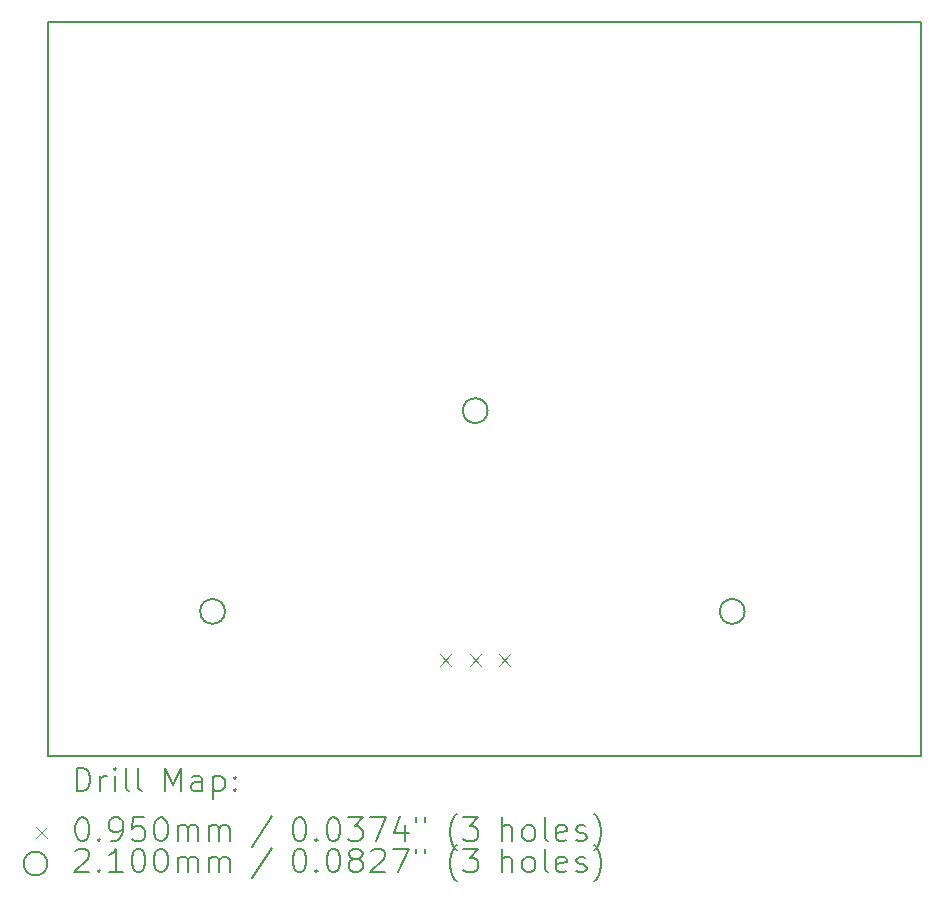
<source format=gbr>
%TF.GenerationSoftware,KiCad,Pcbnew,(7.0.0-0)*%
%TF.CreationDate,2023-11-03T17:36:42+01:00*%
%TF.ProjectId,ExternalAdapter,45787465-726e-4616-9c41-646170746572,1.0*%
%TF.SameCoordinates,Original*%
%TF.FileFunction,Drillmap*%
%TF.FilePolarity,Positive*%
%FSLAX45Y45*%
G04 Gerber Fmt 4.5, Leading zero omitted, Abs format (unit mm)*
G04 Created by KiCad (PCBNEW (7.0.0-0)) date 2023-11-03 17:36:42*
%MOMM*%
%LPD*%
G01*
G04 APERTURE LIST*
%ADD10C,0.200000*%
%ADD11C,0.095000*%
%ADD12C,0.210000*%
G04 APERTURE END LIST*
D10*
X10452100Y-1816100D02*
X3060700Y-1816100D01*
X3060700Y-1816100D02*
X3060700Y-8026400D01*
X3060700Y-8026400D02*
X10452100Y-8026400D01*
X10452100Y-8026400D02*
X10452100Y-1816100D01*
D11*
X6376375Y-7168475D02*
X6471375Y-7263475D01*
X6471375Y-7168475D02*
X6376375Y-7263475D01*
X6626375Y-7168475D02*
X6721375Y-7263475D01*
X6721375Y-7168475D02*
X6626375Y-7263475D01*
X6876375Y-7168475D02*
X6971375Y-7263475D01*
X6971375Y-7168475D02*
X6876375Y-7263475D01*
D12*
X4554425Y-6805400D02*
G75*
G03*
X4554425Y-6805400I-105000J0D01*
G01*
X6778875Y-5105400D02*
G75*
G03*
X6778875Y-5105400I-105000J0D01*
G01*
X8954425Y-6805400D02*
G75*
G03*
X8954425Y-6805400I-105000J0D01*
G01*
D10*
X3298319Y-8329876D02*
X3298319Y-8129876D01*
X3298319Y-8129876D02*
X3345938Y-8129876D01*
X3345938Y-8129876D02*
X3374509Y-8139400D01*
X3374509Y-8139400D02*
X3393557Y-8158448D01*
X3393557Y-8158448D02*
X3403081Y-8177495D01*
X3403081Y-8177495D02*
X3412605Y-8215590D01*
X3412605Y-8215590D02*
X3412605Y-8244162D01*
X3412605Y-8244162D02*
X3403081Y-8282257D01*
X3403081Y-8282257D02*
X3393557Y-8301305D01*
X3393557Y-8301305D02*
X3374509Y-8320352D01*
X3374509Y-8320352D02*
X3345938Y-8329876D01*
X3345938Y-8329876D02*
X3298319Y-8329876D01*
X3498319Y-8329876D02*
X3498319Y-8196543D01*
X3498319Y-8234638D02*
X3507843Y-8215590D01*
X3507843Y-8215590D02*
X3517367Y-8206067D01*
X3517367Y-8206067D02*
X3536414Y-8196543D01*
X3536414Y-8196543D02*
X3555462Y-8196543D01*
X3622128Y-8329876D02*
X3622128Y-8196543D01*
X3622128Y-8129876D02*
X3612605Y-8139400D01*
X3612605Y-8139400D02*
X3622128Y-8148924D01*
X3622128Y-8148924D02*
X3631652Y-8139400D01*
X3631652Y-8139400D02*
X3622128Y-8129876D01*
X3622128Y-8129876D02*
X3622128Y-8148924D01*
X3745938Y-8329876D02*
X3726890Y-8320352D01*
X3726890Y-8320352D02*
X3717367Y-8301305D01*
X3717367Y-8301305D02*
X3717367Y-8129876D01*
X3850700Y-8329876D02*
X3831652Y-8320352D01*
X3831652Y-8320352D02*
X3822128Y-8301305D01*
X3822128Y-8301305D02*
X3822128Y-8129876D01*
X4046890Y-8329876D02*
X4046890Y-8129876D01*
X4046890Y-8129876D02*
X4113557Y-8272733D01*
X4113557Y-8272733D02*
X4180224Y-8129876D01*
X4180224Y-8129876D02*
X4180224Y-8329876D01*
X4361176Y-8329876D02*
X4361176Y-8225114D01*
X4361176Y-8225114D02*
X4351652Y-8206067D01*
X4351652Y-8206067D02*
X4332605Y-8196543D01*
X4332605Y-8196543D02*
X4294509Y-8196543D01*
X4294509Y-8196543D02*
X4275462Y-8206067D01*
X4361176Y-8320352D02*
X4342129Y-8329876D01*
X4342129Y-8329876D02*
X4294509Y-8329876D01*
X4294509Y-8329876D02*
X4275462Y-8320352D01*
X4275462Y-8320352D02*
X4265938Y-8301305D01*
X4265938Y-8301305D02*
X4265938Y-8282257D01*
X4265938Y-8282257D02*
X4275462Y-8263209D01*
X4275462Y-8263209D02*
X4294509Y-8253686D01*
X4294509Y-8253686D02*
X4342129Y-8253686D01*
X4342129Y-8253686D02*
X4361176Y-8244162D01*
X4456414Y-8196543D02*
X4456414Y-8396543D01*
X4456414Y-8206067D02*
X4475462Y-8196543D01*
X4475462Y-8196543D02*
X4513557Y-8196543D01*
X4513557Y-8196543D02*
X4532605Y-8206067D01*
X4532605Y-8206067D02*
X4542129Y-8215590D01*
X4542129Y-8215590D02*
X4551652Y-8234638D01*
X4551652Y-8234638D02*
X4551652Y-8291781D01*
X4551652Y-8291781D02*
X4542129Y-8310828D01*
X4542129Y-8310828D02*
X4532605Y-8320352D01*
X4532605Y-8320352D02*
X4513557Y-8329876D01*
X4513557Y-8329876D02*
X4475462Y-8329876D01*
X4475462Y-8329876D02*
X4456414Y-8320352D01*
X4637367Y-8310828D02*
X4646890Y-8320352D01*
X4646890Y-8320352D02*
X4637367Y-8329876D01*
X4637367Y-8329876D02*
X4627843Y-8320352D01*
X4627843Y-8320352D02*
X4637367Y-8310828D01*
X4637367Y-8310828D02*
X4637367Y-8329876D01*
X4637367Y-8206067D02*
X4646890Y-8215590D01*
X4646890Y-8215590D02*
X4637367Y-8225114D01*
X4637367Y-8225114D02*
X4627843Y-8215590D01*
X4627843Y-8215590D02*
X4637367Y-8206067D01*
X4637367Y-8206067D02*
X4637367Y-8225114D01*
D11*
X2955700Y-8628900D02*
X3050700Y-8723900D01*
X3050700Y-8628900D02*
X2955700Y-8723900D01*
D10*
X3336414Y-8549876D02*
X3355462Y-8549876D01*
X3355462Y-8549876D02*
X3374509Y-8559400D01*
X3374509Y-8559400D02*
X3384033Y-8568924D01*
X3384033Y-8568924D02*
X3393557Y-8587971D01*
X3393557Y-8587971D02*
X3403081Y-8626067D01*
X3403081Y-8626067D02*
X3403081Y-8673686D01*
X3403081Y-8673686D02*
X3393557Y-8711781D01*
X3393557Y-8711781D02*
X3384033Y-8730829D01*
X3384033Y-8730829D02*
X3374509Y-8740352D01*
X3374509Y-8740352D02*
X3355462Y-8749876D01*
X3355462Y-8749876D02*
X3336414Y-8749876D01*
X3336414Y-8749876D02*
X3317367Y-8740352D01*
X3317367Y-8740352D02*
X3307843Y-8730829D01*
X3307843Y-8730829D02*
X3298319Y-8711781D01*
X3298319Y-8711781D02*
X3288795Y-8673686D01*
X3288795Y-8673686D02*
X3288795Y-8626067D01*
X3288795Y-8626067D02*
X3298319Y-8587971D01*
X3298319Y-8587971D02*
X3307843Y-8568924D01*
X3307843Y-8568924D02*
X3317367Y-8559400D01*
X3317367Y-8559400D02*
X3336414Y-8549876D01*
X3488795Y-8730829D02*
X3498319Y-8740352D01*
X3498319Y-8740352D02*
X3488795Y-8749876D01*
X3488795Y-8749876D02*
X3479271Y-8740352D01*
X3479271Y-8740352D02*
X3488795Y-8730829D01*
X3488795Y-8730829D02*
X3488795Y-8749876D01*
X3593557Y-8749876D02*
X3631652Y-8749876D01*
X3631652Y-8749876D02*
X3650700Y-8740352D01*
X3650700Y-8740352D02*
X3660224Y-8730829D01*
X3660224Y-8730829D02*
X3679271Y-8702257D01*
X3679271Y-8702257D02*
X3688795Y-8664162D01*
X3688795Y-8664162D02*
X3688795Y-8587971D01*
X3688795Y-8587971D02*
X3679271Y-8568924D01*
X3679271Y-8568924D02*
X3669748Y-8559400D01*
X3669748Y-8559400D02*
X3650700Y-8549876D01*
X3650700Y-8549876D02*
X3612605Y-8549876D01*
X3612605Y-8549876D02*
X3593557Y-8559400D01*
X3593557Y-8559400D02*
X3584033Y-8568924D01*
X3584033Y-8568924D02*
X3574509Y-8587971D01*
X3574509Y-8587971D02*
X3574509Y-8635590D01*
X3574509Y-8635590D02*
X3584033Y-8654638D01*
X3584033Y-8654638D02*
X3593557Y-8664162D01*
X3593557Y-8664162D02*
X3612605Y-8673686D01*
X3612605Y-8673686D02*
X3650700Y-8673686D01*
X3650700Y-8673686D02*
X3669748Y-8664162D01*
X3669748Y-8664162D02*
X3679271Y-8654638D01*
X3679271Y-8654638D02*
X3688795Y-8635590D01*
X3869748Y-8549876D02*
X3774509Y-8549876D01*
X3774509Y-8549876D02*
X3764986Y-8645114D01*
X3764986Y-8645114D02*
X3774509Y-8635590D01*
X3774509Y-8635590D02*
X3793557Y-8626067D01*
X3793557Y-8626067D02*
X3841176Y-8626067D01*
X3841176Y-8626067D02*
X3860224Y-8635590D01*
X3860224Y-8635590D02*
X3869748Y-8645114D01*
X3869748Y-8645114D02*
X3879271Y-8664162D01*
X3879271Y-8664162D02*
X3879271Y-8711781D01*
X3879271Y-8711781D02*
X3869748Y-8730829D01*
X3869748Y-8730829D02*
X3860224Y-8740352D01*
X3860224Y-8740352D02*
X3841176Y-8749876D01*
X3841176Y-8749876D02*
X3793557Y-8749876D01*
X3793557Y-8749876D02*
X3774509Y-8740352D01*
X3774509Y-8740352D02*
X3764986Y-8730829D01*
X4003081Y-8549876D02*
X4022129Y-8549876D01*
X4022129Y-8549876D02*
X4041176Y-8559400D01*
X4041176Y-8559400D02*
X4050700Y-8568924D01*
X4050700Y-8568924D02*
X4060224Y-8587971D01*
X4060224Y-8587971D02*
X4069748Y-8626067D01*
X4069748Y-8626067D02*
X4069748Y-8673686D01*
X4069748Y-8673686D02*
X4060224Y-8711781D01*
X4060224Y-8711781D02*
X4050700Y-8730829D01*
X4050700Y-8730829D02*
X4041176Y-8740352D01*
X4041176Y-8740352D02*
X4022129Y-8749876D01*
X4022129Y-8749876D02*
X4003081Y-8749876D01*
X4003081Y-8749876D02*
X3984033Y-8740352D01*
X3984033Y-8740352D02*
X3974509Y-8730829D01*
X3974509Y-8730829D02*
X3964986Y-8711781D01*
X3964986Y-8711781D02*
X3955462Y-8673686D01*
X3955462Y-8673686D02*
X3955462Y-8626067D01*
X3955462Y-8626067D02*
X3964986Y-8587971D01*
X3964986Y-8587971D02*
X3974509Y-8568924D01*
X3974509Y-8568924D02*
X3984033Y-8559400D01*
X3984033Y-8559400D02*
X4003081Y-8549876D01*
X4155462Y-8749876D02*
X4155462Y-8616543D01*
X4155462Y-8635590D02*
X4164986Y-8626067D01*
X4164986Y-8626067D02*
X4184033Y-8616543D01*
X4184033Y-8616543D02*
X4212605Y-8616543D01*
X4212605Y-8616543D02*
X4231652Y-8626067D01*
X4231652Y-8626067D02*
X4241176Y-8645114D01*
X4241176Y-8645114D02*
X4241176Y-8749876D01*
X4241176Y-8645114D02*
X4250700Y-8626067D01*
X4250700Y-8626067D02*
X4269748Y-8616543D01*
X4269748Y-8616543D02*
X4298319Y-8616543D01*
X4298319Y-8616543D02*
X4317367Y-8626067D01*
X4317367Y-8626067D02*
X4326891Y-8645114D01*
X4326891Y-8645114D02*
X4326891Y-8749876D01*
X4422129Y-8749876D02*
X4422129Y-8616543D01*
X4422129Y-8635590D02*
X4431652Y-8626067D01*
X4431652Y-8626067D02*
X4450700Y-8616543D01*
X4450700Y-8616543D02*
X4479272Y-8616543D01*
X4479272Y-8616543D02*
X4498319Y-8626067D01*
X4498319Y-8626067D02*
X4507843Y-8645114D01*
X4507843Y-8645114D02*
X4507843Y-8749876D01*
X4507843Y-8645114D02*
X4517367Y-8626067D01*
X4517367Y-8626067D02*
X4536414Y-8616543D01*
X4536414Y-8616543D02*
X4564986Y-8616543D01*
X4564986Y-8616543D02*
X4584033Y-8626067D01*
X4584033Y-8626067D02*
X4593557Y-8645114D01*
X4593557Y-8645114D02*
X4593557Y-8749876D01*
X4951652Y-8540352D02*
X4780224Y-8797495D01*
X5176414Y-8549876D02*
X5195462Y-8549876D01*
X5195462Y-8549876D02*
X5214510Y-8559400D01*
X5214510Y-8559400D02*
X5224033Y-8568924D01*
X5224033Y-8568924D02*
X5233557Y-8587971D01*
X5233557Y-8587971D02*
X5243081Y-8626067D01*
X5243081Y-8626067D02*
X5243081Y-8673686D01*
X5243081Y-8673686D02*
X5233557Y-8711781D01*
X5233557Y-8711781D02*
X5224033Y-8730829D01*
X5224033Y-8730829D02*
X5214510Y-8740352D01*
X5214510Y-8740352D02*
X5195462Y-8749876D01*
X5195462Y-8749876D02*
X5176414Y-8749876D01*
X5176414Y-8749876D02*
X5157367Y-8740352D01*
X5157367Y-8740352D02*
X5147843Y-8730829D01*
X5147843Y-8730829D02*
X5138319Y-8711781D01*
X5138319Y-8711781D02*
X5128795Y-8673686D01*
X5128795Y-8673686D02*
X5128795Y-8626067D01*
X5128795Y-8626067D02*
X5138319Y-8587971D01*
X5138319Y-8587971D02*
X5147843Y-8568924D01*
X5147843Y-8568924D02*
X5157367Y-8559400D01*
X5157367Y-8559400D02*
X5176414Y-8549876D01*
X5328795Y-8730829D02*
X5338319Y-8740352D01*
X5338319Y-8740352D02*
X5328795Y-8749876D01*
X5328795Y-8749876D02*
X5319272Y-8740352D01*
X5319272Y-8740352D02*
X5328795Y-8730829D01*
X5328795Y-8730829D02*
X5328795Y-8749876D01*
X5462129Y-8549876D02*
X5481176Y-8549876D01*
X5481176Y-8549876D02*
X5500224Y-8559400D01*
X5500224Y-8559400D02*
X5509748Y-8568924D01*
X5509748Y-8568924D02*
X5519272Y-8587971D01*
X5519272Y-8587971D02*
X5528795Y-8626067D01*
X5528795Y-8626067D02*
X5528795Y-8673686D01*
X5528795Y-8673686D02*
X5519272Y-8711781D01*
X5519272Y-8711781D02*
X5509748Y-8730829D01*
X5509748Y-8730829D02*
X5500224Y-8740352D01*
X5500224Y-8740352D02*
X5481176Y-8749876D01*
X5481176Y-8749876D02*
X5462129Y-8749876D01*
X5462129Y-8749876D02*
X5443081Y-8740352D01*
X5443081Y-8740352D02*
X5433557Y-8730829D01*
X5433557Y-8730829D02*
X5424033Y-8711781D01*
X5424033Y-8711781D02*
X5414510Y-8673686D01*
X5414510Y-8673686D02*
X5414510Y-8626067D01*
X5414510Y-8626067D02*
X5424033Y-8587971D01*
X5424033Y-8587971D02*
X5433557Y-8568924D01*
X5433557Y-8568924D02*
X5443081Y-8559400D01*
X5443081Y-8559400D02*
X5462129Y-8549876D01*
X5595462Y-8549876D02*
X5719271Y-8549876D01*
X5719271Y-8549876D02*
X5652605Y-8626067D01*
X5652605Y-8626067D02*
X5681176Y-8626067D01*
X5681176Y-8626067D02*
X5700224Y-8635590D01*
X5700224Y-8635590D02*
X5709748Y-8645114D01*
X5709748Y-8645114D02*
X5719271Y-8664162D01*
X5719271Y-8664162D02*
X5719271Y-8711781D01*
X5719271Y-8711781D02*
X5709748Y-8730829D01*
X5709748Y-8730829D02*
X5700224Y-8740352D01*
X5700224Y-8740352D02*
X5681176Y-8749876D01*
X5681176Y-8749876D02*
X5624033Y-8749876D01*
X5624033Y-8749876D02*
X5604986Y-8740352D01*
X5604986Y-8740352D02*
X5595462Y-8730829D01*
X5785938Y-8549876D02*
X5919271Y-8549876D01*
X5919271Y-8549876D02*
X5833557Y-8749876D01*
X6081176Y-8616543D02*
X6081176Y-8749876D01*
X6033557Y-8540352D02*
X5985938Y-8683210D01*
X5985938Y-8683210D02*
X6109748Y-8683210D01*
X6176414Y-8549876D02*
X6176414Y-8587971D01*
X6252605Y-8549876D02*
X6252605Y-8587971D01*
X6515462Y-8826067D02*
X6505938Y-8816543D01*
X6505938Y-8816543D02*
X6486891Y-8787971D01*
X6486891Y-8787971D02*
X6477367Y-8768924D01*
X6477367Y-8768924D02*
X6467843Y-8740352D01*
X6467843Y-8740352D02*
X6458319Y-8692733D01*
X6458319Y-8692733D02*
X6458319Y-8654638D01*
X6458319Y-8654638D02*
X6467843Y-8607019D01*
X6467843Y-8607019D02*
X6477367Y-8578448D01*
X6477367Y-8578448D02*
X6486891Y-8559400D01*
X6486891Y-8559400D02*
X6505938Y-8530829D01*
X6505938Y-8530829D02*
X6515462Y-8521305D01*
X6572605Y-8549876D02*
X6696414Y-8549876D01*
X6696414Y-8549876D02*
X6629748Y-8626067D01*
X6629748Y-8626067D02*
X6658319Y-8626067D01*
X6658319Y-8626067D02*
X6677367Y-8635590D01*
X6677367Y-8635590D02*
X6686891Y-8645114D01*
X6686891Y-8645114D02*
X6696414Y-8664162D01*
X6696414Y-8664162D02*
X6696414Y-8711781D01*
X6696414Y-8711781D02*
X6686891Y-8730829D01*
X6686891Y-8730829D02*
X6677367Y-8740352D01*
X6677367Y-8740352D02*
X6658319Y-8749876D01*
X6658319Y-8749876D02*
X6601176Y-8749876D01*
X6601176Y-8749876D02*
X6582129Y-8740352D01*
X6582129Y-8740352D02*
X6572605Y-8730829D01*
X6902129Y-8749876D02*
X6902129Y-8549876D01*
X6987843Y-8749876D02*
X6987843Y-8645114D01*
X6987843Y-8645114D02*
X6978319Y-8626067D01*
X6978319Y-8626067D02*
X6959272Y-8616543D01*
X6959272Y-8616543D02*
X6930700Y-8616543D01*
X6930700Y-8616543D02*
X6911652Y-8626067D01*
X6911652Y-8626067D02*
X6902129Y-8635590D01*
X7111652Y-8749876D02*
X7092605Y-8740352D01*
X7092605Y-8740352D02*
X7083081Y-8730829D01*
X7083081Y-8730829D02*
X7073557Y-8711781D01*
X7073557Y-8711781D02*
X7073557Y-8654638D01*
X7073557Y-8654638D02*
X7083081Y-8635590D01*
X7083081Y-8635590D02*
X7092605Y-8626067D01*
X7092605Y-8626067D02*
X7111652Y-8616543D01*
X7111652Y-8616543D02*
X7140224Y-8616543D01*
X7140224Y-8616543D02*
X7159272Y-8626067D01*
X7159272Y-8626067D02*
X7168795Y-8635590D01*
X7168795Y-8635590D02*
X7178319Y-8654638D01*
X7178319Y-8654638D02*
X7178319Y-8711781D01*
X7178319Y-8711781D02*
X7168795Y-8730829D01*
X7168795Y-8730829D02*
X7159272Y-8740352D01*
X7159272Y-8740352D02*
X7140224Y-8749876D01*
X7140224Y-8749876D02*
X7111652Y-8749876D01*
X7292605Y-8749876D02*
X7273557Y-8740352D01*
X7273557Y-8740352D02*
X7264033Y-8721305D01*
X7264033Y-8721305D02*
X7264033Y-8549876D01*
X7444986Y-8740352D02*
X7425938Y-8749876D01*
X7425938Y-8749876D02*
X7387843Y-8749876D01*
X7387843Y-8749876D02*
X7368795Y-8740352D01*
X7368795Y-8740352D02*
X7359272Y-8721305D01*
X7359272Y-8721305D02*
X7359272Y-8645114D01*
X7359272Y-8645114D02*
X7368795Y-8626067D01*
X7368795Y-8626067D02*
X7387843Y-8616543D01*
X7387843Y-8616543D02*
X7425938Y-8616543D01*
X7425938Y-8616543D02*
X7444986Y-8626067D01*
X7444986Y-8626067D02*
X7454510Y-8645114D01*
X7454510Y-8645114D02*
X7454510Y-8664162D01*
X7454510Y-8664162D02*
X7359272Y-8683210D01*
X7530700Y-8740352D02*
X7549748Y-8749876D01*
X7549748Y-8749876D02*
X7587843Y-8749876D01*
X7587843Y-8749876D02*
X7606891Y-8740352D01*
X7606891Y-8740352D02*
X7616414Y-8721305D01*
X7616414Y-8721305D02*
X7616414Y-8711781D01*
X7616414Y-8711781D02*
X7606891Y-8692733D01*
X7606891Y-8692733D02*
X7587843Y-8683210D01*
X7587843Y-8683210D02*
X7559272Y-8683210D01*
X7559272Y-8683210D02*
X7540224Y-8673686D01*
X7540224Y-8673686D02*
X7530700Y-8654638D01*
X7530700Y-8654638D02*
X7530700Y-8645114D01*
X7530700Y-8645114D02*
X7540224Y-8626067D01*
X7540224Y-8626067D02*
X7559272Y-8616543D01*
X7559272Y-8616543D02*
X7587843Y-8616543D01*
X7587843Y-8616543D02*
X7606891Y-8626067D01*
X7683081Y-8826067D02*
X7692605Y-8816543D01*
X7692605Y-8816543D02*
X7711653Y-8787971D01*
X7711653Y-8787971D02*
X7721176Y-8768924D01*
X7721176Y-8768924D02*
X7730700Y-8740352D01*
X7730700Y-8740352D02*
X7740224Y-8692733D01*
X7740224Y-8692733D02*
X7740224Y-8654638D01*
X7740224Y-8654638D02*
X7730700Y-8607019D01*
X7730700Y-8607019D02*
X7721176Y-8578448D01*
X7721176Y-8578448D02*
X7711653Y-8559400D01*
X7711653Y-8559400D02*
X7692605Y-8530829D01*
X7692605Y-8530829D02*
X7683081Y-8521305D01*
X3050700Y-8940400D02*
G75*
G03*
X3050700Y-8940400I-100000J0D01*
G01*
X3288795Y-8832924D02*
X3298319Y-8823400D01*
X3298319Y-8823400D02*
X3317367Y-8813876D01*
X3317367Y-8813876D02*
X3364986Y-8813876D01*
X3364986Y-8813876D02*
X3384033Y-8823400D01*
X3384033Y-8823400D02*
X3393557Y-8832924D01*
X3393557Y-8832924D02*
X3403081Y-8851971D01*
X3403081Y-8851971D02*
X3403081Y-8871019D01*
X3403081Y-8871019D02*
X3393557Y-8899590D01*
X3393557Y-8899590D02*
X3279271Y-9013876D01*
X3279271Y-9013876D02*
X3403081Y-9013876D01*
X3488795Y-8994829D02*
X3498319Y-9004352D01*
X3498319Y-9004352D02*
X3488795Y-9013876D01*
X3488795Y-9013876D02*
X3479271Y-9004352D01*
X3479271Y-9004352D02*
X3488795Y-8994829D01*
X3488795Y-8994829D02*
X3488795Y-9013876D01*
X3688795Y-9013876D02*
X3574509Y-9013876D01*
X3631652Y-9013876D02*
X3631652Y-8813876D01*
X3631652Y-8813876D02*
X3612605Y-8842448D01*
X3612605Y-8842448D02*
X3593557Y-8861495D01*
X3593557Y-8861495D02*
X3574509Y-8871019D01*
X3812605Y-8813876D02*
X3831652Y-8813876D01*
X3831652Y-8813876D02*
X3850700Y-8823400D01*
X3850700Y-8823400D02*
X3860224Y-8832924D01*
X3860224Y-8832924D02*
X3869748Y-8851971D01*
X3869748Y-8851971D02*
X3879271Y-8890067D01*
X3879271Y-8890067D02*
X3879271Y-8937686D01*
X3879271Y-8937686D02*
X3869748Y-8975781D01*
X3869748Y-8975781D02*
X3860224Y-8994829D01*
X3860224Y-8994829D02*
X3850700Y-9004352D01*
X3850700Y-9004352D02*
X3831652Y-9013876D01*
X3831652Y-9013876D02*
X3812605Y-9013876D01*
X3812605Y-9013876D02*
X3793557Y-9004352D01*
X3793557Y-9004352D02*
X3784033Y-8994829D01*
X3784033Y-8994829D02*
X3774509Y-8975781D01*
X3774509Y-8975781D02*
X3764986Y-8937686D01*
X3764986Y-8937686D02*
X3764986Y-8890067D01*
X3764986Y-8890067D02*
X3774509Y-8851971D01*
X3774509Y-8851971D02*
X3784033Y-8832924D01*
X3784033Y-8832924D02*
X3793557Y-8823400D01*
X3793557Y-8823400D02*
X3812605Y-8813876D01*
X4003081Y-8813876D02*
X4022129Y-8813876D01*
X4022129Y-8813876D02*
X4041176Y-8823400D01*
X4041176Y-8823400D02*
X4050700Y-8832924D01*
X4050700Y-8832924D02*
X4060224Y-8851971D01*
X4060224Y-8851971D02*
X4069748Y-8890067D01*
X4069748Y-8890067D02*
X4069748Y-8937686D01*
X4069748Y-8937686D02*
X4060224Y-8975781D01*
X4060224Y-8975781D02*
X4050700Y-8994829D01*
X4050700Y-8994829D02*
X4041176Y-9004352D01*
X4041176Y-9004352D02*
X4022129Y-9013876D01*
X4022129Y-9013876D02*
X4003081Y-9013876D01*
X4003081Y-9013876D02*
X3984033Y-9004352D01*
X3984033Y-9004352D02*
X3974509Y-8994829D01*
X3974509Y-8994829D02*
X3964986Y-8975781D01*
X3964986Y-8975781D02*
X3955462Y-8937686D01*
X3955462Y-8937686D02*
X3955462Y-8890067D01*
X3955462Y-8890067D02*
X3964986Y-8851971D01*
X3964986Y-8851971D02*
X3974509Y-8832924D01*
X3974509Y-8832924D02*
X3984033Y-8823400D01*
X3984033Y-8823400D02*
X4003081Y-8813876D01*
X4155462Y-9013876D02*
X4155462Y-8880543D01*
X4155462Y-8899590D02*
X4164986Y-8890067D01*
X4164986Y-8890067D02*
X4184033Y-8880543D01*
X4184033Y-8880543D02*
X4212605Y-8880543D01*
X4212605Y-8880543D02*
X4231652Y-8890067D01*
X4231652Y-8890067D02*
X4241176Y-8909114D01*
X4241176Y-8909114D02*
X4241176Y-9013876D01*
X4241176Y-8909114D02*
X4250700Y-8890067D01*
X4250700Y-8890067D02*
X4269748Y-8880543D01*
X4269748Y-8880543D02*
X4298319Y-8880543D01*
X4298319Y-8880543D02*
X4317367Y-8890067D01*
X4317367Y-8890067D02*
X4326891Y-8909114D01*
X4326891Y-8909114D02*
X4326891Y-9013876D01*
X4422129Y-9013876D02*
X4422129Y-8880543D01*
X4422129Y-8899590D02*
X4431652Y-8890067D01*
X4431652Y-8890067D02*
X4450700Y-8880543D01*
X4450700Y-8880543D02*
X4479272Y-8880543D01*
X4479272Y-8880543D02*
X4498319Y-8890067D01*
X4498319Y-8890067D02*
X4507843Y-8909114D01*
X4507843Y-8909114D02*
X4507843Y-9013876D01*
X4507843Y-8909114D02*
X4517367Y-8890067D01*
X4517367Y-8890067D02*
X4536414Y-8880543D01*
X4536414Y-8880543D02*
X4564986Y-8880543D01*
X4564986Y-8880543D02*
X4584033Y-8890067D01*
X4584033Y-8890067D02*
X4593557Y-8909114D01*
X4593557Y-8909114D02*
X4593557Y-9013876D01*
X4951652Y-8804352D02*
X4780224Y-9061495D01*
X5176414Y-8813876D02*
X5195462Y-8813876D01*
X5195462Y-8813876D02*
X5214510Y-8823400D01*
X5214510Y-8823400D02*
X5224033Y-8832924D01*
X5224033Y-8832924D02*
X5233557Y-8851971D01*
X5233557Y-8851971D02*
X5243081Y-8890067D01*
X5243081Y-8890067D02*
X5243081Y-8937686D01*
X5243081Y-8937686D02*
X5233557Y-8975781D01*
X5233557Y-8975781D02*
X5224033Y-8994829D01*
X5224033Y-8994829D02*
X5214510Y-9004352D01*
X5214510Y-9004352D02*
X5195462Y-9013876D01*
X5195462Y-9013876D02*
X5176414Y-9013876D01*
X5176414Y-9013876D02*
X5157367Y-9004352D01*
X5157367Y-9004352D02*
X5147843Y-8994829D01*
X5147843Y-8994829D02*
X5138319Y-8975781D01*
X5138319Y-8975781D02*
X5128795Y-8937686D01*
X5128795Y-8937686D02*
X5128795Y-8890067D01*
X5128795Y-8890067D02*
X5138319Y-8851971D01*
X5138319Y-8851971D02*
X5147843Y-8832924D01*
X5147843Y-8832924D02*
X5157367Y-8823400D01*
X5157367Y-8823400D02*
X5176414Y-8813876D01*
X5328795Y-8994829D02*
X5338319Y-9004352D01*
X5338319Y-9004352D02*
X5328795Y-9013876D01*
X5328795Y-9013876D02*
X5319272Y-9004352D01*
X5319272Y-9004352D02*
X5328795Y-8994829D01*
X5328795Y-8994829D02*
X5328795Y-9013876D01*
X5462129Y-8813876D02*
X5481176Y-8813876D01*
X5481176Y-8813876D02*
X5500224Y-8823400D01*
X5500224Y-8823400D02*
X5509748Y-8832924D01*
X5509748Y-8832924D02*
X5519272Y-8851971D01*
X5519272Y-8851971D02*
X5528795Y-8890067D01*
X5528795Y-8890067D02*
X5528795Y-8937686D01*
X5528795Y-8937686D02*
X5519272Y-8975781D01*
X5519272Y-8975781D02*
X5509748Y-8994829D01*
X5509748Y-8994829D02*
X5500224Y-9004352D01*
X5500224Y-9004352D02*
X5481176Y-9013876D01*
X5481176Y-9013876D02*
X5462129Y-9013876D01*
X5462129Y-9013876D02*
X5443081Y-9004352D01*
X5443081Y-9004352D02*
X5433557Y-8994829D01*
X5433557Y-8994829D02*
X5424033Y-8975781D01*
X5424033Y-8975781D02*
X5414510Y-8937686D01*
X5414510Y-8937686D02*
X5414510Y-8890067D01*
X5414510Y-8890067D02*
X5424033Y-8851971D01*
X5424033Y-8851971D02*
X5433557Y-8832924D01*
X5433557Y-8832924D02*
X5443081Y-8823400D01*
X5443081Y-8823400D02*
X5462129Y-8813876D01*
X5643081Y-8899590D02*
X5624033Y-8890067D01*
X5624033Y-8890067D02*
X5614510Y-8880543D01*
X5614510Y-8880543D02*
X5604986Y-8861495D01*
X5604986Y-8861495D02*
X5604986Y-8851971D01*
X5604986Y-8851971D02*
X5614510Y-8832924D01*
X5614510Y-8832924D02*
X5624033Y-8823400D01*
X5624033Y-8823400D02*
X5643081Y-8813876D01*
X5643081Y-8813876D02*
X5681176Y-8813876D01*
X5681176Y-8813876D02*
X5700224Y-8823400D01*
X5700224Y-8823400D02*
X5709748Y-8832924D01*
X5709748Y-8832924D02*
X5719271Y-8851971D01*
X5719271Y-8851971D02*
X5719271Y-8861495D01*
X5719271Y-8861495D02*
X5709748Y-8880543D01*
X5709748Y-8880543D02*
X5700224Y-8890067D01*
X5700224Y-8890067D02*
X5681176Y-8899590D01*
X5681176Y-8899590D02*
X5643081Y-8899590D01*
X5643081Y-8899590D02*
X5624033Y-8909114D01*
X5624033Y-8909114D02*
X5614510Y-8918638D01*
X5614510Y-8918638D02*
X5604986Y-8937686D01*
X5604986Y-8937686D02*
X5604986Y-8975781D01*
X5604986Y-8975781D02*
X5614510Y-8994829D01*
X5614510Y-8994829D02*
X5624033Y-9004352D01*
X5624033Y-9004352D02*
X5643081Y-9013876D01*
X5643081Y-9013876D02*
X5681176Y-9013876D01*
X5681176Y-9013876D02*
X5700224Y-9004352D01*
X5700224Y-9004352D02*
X5709748Y-8994829D01*
X5709748Y-8994829D02*
X5719271Y-8975781D01*
X5719271Y-8975781D02*
X5719271Y-8937686D01*
X5719271Y-8937686D02*
X5709748Y-8918638D01*
X5709748Y-8918638D02*
X5700224Y-8909114D01*
X5700224Y-8909114D02*
X5681176Y-8899590D01*
X5795462Y-8832924D02*
X5804986Y-8823400D01*
X5804986Y-8823400D02*
X5824033Y-8813876D01*
X5824033Y-8813876D02*
X5871652Y-8813876D01*
X5871652Y-8813876D02*
X5890700Y-8823400D01*
X5890700Y-8823400D02*
X5900224Y-8832924D01*
X5900224Y-8832924D02*
X5909748Y-8851971D01*
X5909748Y-8851971D02*
X5909748Y-8871019D01*
X5909748Y-8871019D02*
X5900224Y-8899590D01*
X5900224Y-8899590D02*
X5785938Y-9013876D01*
X5785938Y-9013876D02*
X5909748Y-9013876D01*
X5976414Y-8813876D02*
X6109748Y-8813876D01*
X6109748Y-8813876D02*
X6024033Y-9013876D01*
X6176414Y-8813876D02*
X6176414Y-8851971D01*
X6252605Y-8813876D02*
X6252605Y-8851971D01*
X6515462Y-9090067D02*
X6505938Y-9080543D01*
X6505938Y-9080543D02*
X6486891Y-9051971D01*
X6486891Y-9051971D02*
X6477367Y-9032924D01*
X6477367Y-9032924D02*
X6467843Y-9004352D01*
X6467843Y-9004352D02*
X6458319Y-8956733D01*
X6458319Y-8956733D02*
X6458319Y-8918638D01*
X6458319Y-8918638D02*
X6467843Y-8871019D01*
X6467843Y-8871019D02*
X6477367Y-8842448D01*
X6477367Y-8842448D02*
X6486891Y-8823400D01*
X6486891Y-8823400D02*
X6505938Y-8794829D01*
X6505938Y-8794829D02*
X6515462Y-8785305D01*
X6572605Y-8813876D02*
X6696414Y-8813876D01*
X6696414Y-8813876D02*
X6629748Y-8890067D01*
X6629748Y-8890067D02*
X6658319Y-8890067D01*
X6658319Y-8890067D02*
X6677367Y-8899590D01*
X6677367Y-8899590D02*
X6686891Y-8909114D01*
X6686891Y-8909114D02*
X6696414Y-8928162D01*
X6696414Y-8928162D02*
X6696414Y-8975781D01*
X6696414Y-8975781D02*
X6686891Y-8994829D01*
X6686891Y-8994829D02*
X6677367Y-9004352D01*
X6677367Y-9004352D02*
X6658319Y-9013876D01*
X6658319Y-9013876D02*
X6601176Y-9013876D01*
X6601176Y-9013876D02*
X6582129Y-9004352D01*
X6582129Y-9004352D02*
X6572605Y-8994829D01*
X6902129Y-9013876D02*
X6902129Y-8813876D01*
X6987843Y-9013876D02*
X6987843Y-8909114D01*
X6987843Y-8909114D02*
X6978319Y-8890067D01*
X6978319Y-8890067D02*
X6959272Y-8880543D01*
X6959272Y-8880543D02*
X6930700Y-8880543D01*
X6930700Y-8880543D02*
X6911652Y-8890067D01*
X6911652Y-8890067D02*
X6902129Y-8899590D01*
X7111652Y-9013876D02*
X7092605Y-9004352D01*
X7092605Y-9004352D02*
X7083081Y-8994829D01*
X7083081Y-8994829D02*
X7073557Y-8975781D01*
X7073557Y-8975781D02*
X7073557Y-8918638D01*
X7073557Y-8918638D02*
X7083081Y-8899590D01*
X7083081Y-8899590D02*
X7092605Y-8890067D01*
X7092605Y-8890067D02*
X7111652Y-8880543D01*
X7111652Y-8880543D02*
X7140224Y-8880543D01*
X7140224Y-8880543D02*
X7159272Y-8890067D01*
X7159272Y-8890067D02*
X7168795Y-8899590D01*
X7168795Y-8899590D02*
X7178319Y-8918638D01*
X7178319Y-8918638D02*
X7178319Y-8975781D01*
X7178319Y-8975781D02*
X7168795Y-8994829D01*
X7168795Y-8994829D02*
X7159272Y-9004352D01*
X7159272Y-9004352D02*
X7140224Y-9013876D01*
X7140224Y-9013876D02*
X7111652Y-9013876D01*
X7292605Y-9013876D02*
X7273557Y-9004352D01*
X7273557Y-9004352D02*
X7264033Y-8985305D01*
X7264033Y-8985305D02*
X7264033Y-8813876D01*
X7444986Y-9004352D02*
X7425938Y-9013876D01*
X7425938Y-9013876D02*
X7387843Y-9013876D01*
X7387843Y-9013876D02*
X7368795Y-9004352D01*
X7368795Y-9004352D02*
X7359272Y-8985305D01*
X7359272Y-8985305D02*
X7359272Y-8909114D01*
X7359272Y-8909114D02*
X7368795Y-8890067D01*
X7368795Y-8890067D02*
X7387843Y-8880543D01*
X7387843Y-8880543D02*
X7425938Y-8880543D01*
X7425938Y-8880543D02*
X7444986Y-8890067D01*
X7444986Y-8890067D02*
X7454510Y-8909114D01*
X7454510Y-8909114D02*
X7454510Y-8928162D01*
X7454510Y-8928162D02*
X7359272Y-8947210D01*
X7530700Y-9004352D02*
X7549748Y-9013876D01*
X7549748Y-9013876D02*
X7587843Y-9013876D01*
X7587843Y-9013876D02*
X7606891Y-9004352D01*
X7606891Y-9004352D02*
X7616414Y-8985305D01*
X7616414Y-8985305D02*
X7616414Y-8975781D01*
X7616414Y-8975781D02*
X7606891Y-8956733D01*
X7606891Y-8956733D02*
X7587843Y-8947210D01*
X7587843Y-8947210D02*
X7559272Y-8947210D01*
X7559272Y-8947210D02*
X7540224Y-8937686D01*
X7540224Y-8937686D02*
X7530700Y-8918638D01*
X7530700Y-8918638D02*
X7530700Y-8909114D01*
X7530700Y-8909114D02*
X7540224Y-8890067D01*
X7540224Y-8890067D02*
X7559272Y-8880543D01*
X7559272Y-8880543D02*
X7587843Y-8880543D01*
X7587843Y-8880543D02*
X7606891Y-8890067D01*
X7683081Y-9090067D02*
X7692605Y-9080543D01*
X7692605Y-9080543D02*
X7711653Y-9051971D01*
X7711653Y-9051971D02*
X7721176Y-9032924D01*
X7721176Y-9032924D02*
X7730700Y-9004352D01*
X7730700Y-9004352D02*
X7740224Y-8956733D01*
X7740224Y-8956733D02*
X7740224Y-8918638D01*
X7740224Y-8918638D02*
X7730700Y-8871019D01*
X7730700Y-8871019D02*
X7721176Y-8842448D01*
X7721176Y-8842448D02*
X7711653Y-8823400D01*
X7711653Y-8823400D02*
X7692605Y-8794829D01*
X7692605Y-8794829D02*
X7683081Y-8785305D01*
M02*

</source>
